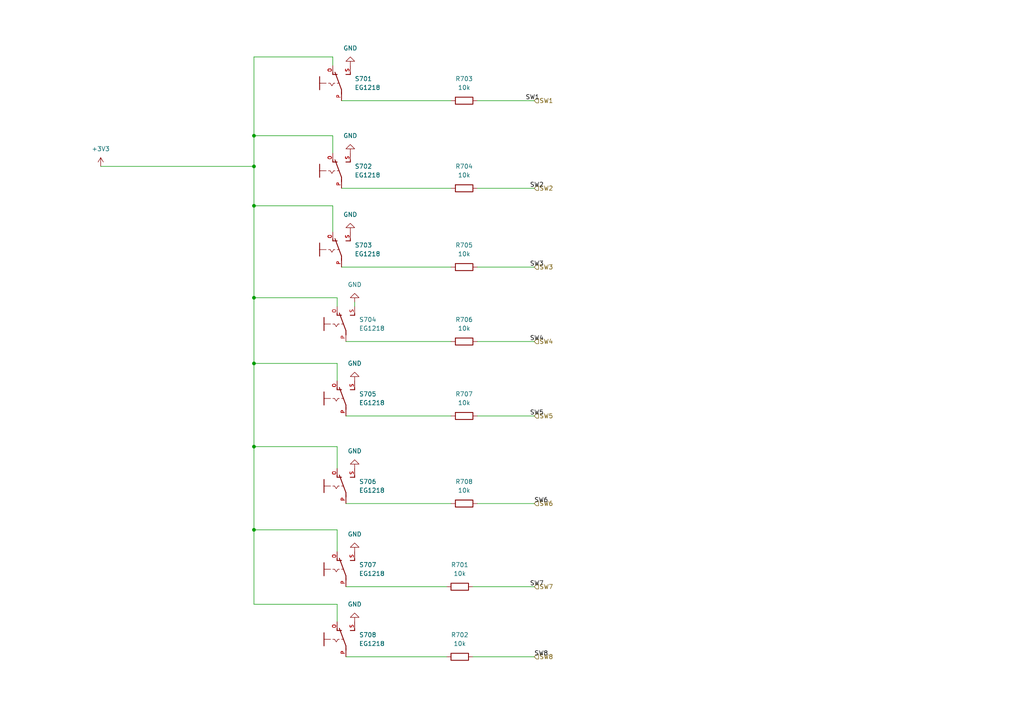
<source format=kicad_sch>
(kicad_sch (version 20211123) (generator eeschema)
  (paper "A4")
  (lib_symbols
    (symbol "Device:R" (pin_numbers hide) (pin_names (offset 0))
      (property "Reference" "R" (at 2.032 0 90))
      (property "Value" "R" (at 0 0 90))
      (symbol "R_0_1"
        (rectangle (start -1.016 -2.54) (end 1.016 2.54) (stroke (width 0.254)))
      )
      (symbol "R_1_1"
        (pin passive line (at 0 3.81 270) (length 1.27) (name "~") (number "1"))
        (pin passive line (at 0 -3.81 90) (length 1.27) (name "~") (number "2"))
      )
    )
    (symbol "EG1218:EG1218" (pin_names (offset 1.016) hide)
      (property "Reference" "S" (at -6.35 -1.905 90))
      (property "Value" "EG1218" (at -3.81 3.175 90))
      (symbol "EG1218_0_0"
        (polyline (pts (xy -3.81 0) (xy -3.81 -1.905)) (stroke (width 0.254)))
        (polyline (pts (xy -3.81 0) (xy -1.905 0)) (stroke (width 0.1524)))
        (polyline (pts (xy -3.81 1.905) (xy -3.81 0)) (stroke (width 0.254)))
        (polyline (pts (xy -1.27 0) (xy -0.762 0)) (stroke (width 0.1524)))
        (polyline (pts (xy -0.762 0) (xy -0.254 -0.762)) (stroke (width 0.1524)))
        (polyline (pts (xy -0.254 -0.762) (xy 0.254 0)) (stroke (width 0.1524)))
        (polyline (pts (xy 0 2.54) (xy 0 3.175)) (stroke (width 0.254)))
        (polyline (pts (xy 0 2.54) (xy 1.27 2.54)) (stroke (width 0.254)))
        (polyline (pts (xy 0.254 0) (xy 0.635 0)) (stroke (width 0.1524)))
        (polyline (pts (xy 1.27 0) (xy 1.905 0)) (stroke (width 0.1524)))
        (polyline (pts (xy 2.54 -3.175) (xy 2.54 -1.905)) (stroke (width 0.254)))
        (polyline (pts (xy 2.54 -1.905) (xy 0.635 3.175)) (stroke (width 0.254)))
        (polyline (pts (xy 3.81 2.54) (xy 5.08 2.54)) (stroke (width 0.254)))
        (polyline (pts (xy 5.08 2.54) (xy 5.08 3.175)) (stroke (width 0.254)))
        (pin passive line (at 0 5.08 270) (length 2.54) (name "~") (number "O"))
        (pin passive line (at 2.54 -5.08 90) (length 2.54) (name "~") (number "P"))
        (pin passive line (at 5.08 5.08 270) (length 2.54) (name "~") (number "S"))
      )
    )
    (symbol "power:+3V3" (power) (pin_names (offset 0))
      (property "Value" "+3V3" (at 0 3.556 0))
      (symbol "+3V3_0_1"
        (polyline (pts (xy -0.762 1.27) (xy 0 2.54)))
        (polyline (pts (xy 0 0) (xy 0 2.54)))
        (polyline (pts (xy 0 2.54) (xy 0.762 1.27)))
      )
      (symbol "+3V3_1_1"
        (pin power_in line (at 0 0 90) (length 0) hide (name "+3V3") (number "1"))
      )
    )
    (symbol "power:GND" (power) (pin_names (offset 0))
      (property "Value" "GND" (at 0 -3.81 0))
      (symbol "GND_0_1"
        (polyline (pts (xy 0 0) (xy 0 -1.27) (xy 1.27 -1.27) (xy 0 -2.54) (xy -1.27 -1.27) (xy 0 -1.27)))
      )
      (symbol "GND_1_1"
        (pin power_in line (at 0 0 270) (length 0) hide (name "GND") (number "1"))
      )
    )
  )
  (junction (at 73.66 129.54))
  (junction (at 73.66 48.26))
  (junction (at 73.66 39.37))
  (junction (at 73.66 105.41))
  (junction (at 73.66 86.36))
  (junction (at 73.66 59.69))
  (junction (at 73.66 153.67))
  (wire (pts (xy 73.66 105.41) (xy 73.66 129.54)))
  (wire (pts (xy 100.33 120.65) (xy 130.81 120.65)))
  (wire (pts (xy 29.21 48.26) (xy 73.66 48.26)))
  (wire (pts (xy 97.79 110.49) (xy 97.79 105.41)))
  (wire (pts (xy 137.16 170.18) (xy 154.94 170.18)))
  (wire (pts (xy 102.87 87.63) (xy 102.87 88.9)))
  (wire (pts (xy 97.79 88.9) (xy 97.79 86.36)))
  (wire (pts (xy 138.43 99.06) (xy 154.94 99.06)))
  (wire (pts (xy 96.52 59.69) (xy 73.66 59.69)))
  (wire (pts (xy 73.66 39.37) (xy 73.66 16.51)))
  (wire (pts (xy 97.79 105.41) (xy 73.66 105.41)))
  (wire (pts (xy 73.66 48.26) (xy 73.66 39.37)))
  (wire (pts (xy 97.79 129.54) (xy 73.66 129.54)))
  (wire (pts (xy 97.79 86.36) (xy 73.66 86.36)))
  (wire (pts (xy 73.66 129.54) (xy 73.66 153.67)))
  (wire (pts (xy 96.52 44.45) (xy 96.52 39.37)))
  (wire (pts (xy 73.66 59.69) (xy 73.66 86.36)))
  (wire (pts (xy 137.16 190.5) (xy 154.94 190.5)))
  (wire (pts (xy 97.79 180.34) (xy 97.79 175.26)))
  (wire (pts (xy 97.79 160.02) (xy 97.79 153.67)))
  (wire (pts (xy 99.06 54.61) (xy 130.81 54.61)))
  (wire (pts (xy 138.43 120.65) (xy 154.94 120.65)))
  (wire (pts (xy 97.79 135.89) (xy 97.79 129.54)))
  (wire (pts (xy 100.33 146.05) (xy 130.81 146.05)))
  (wire (pts (xy 100.33 170.18) (xy 129.54 170.18)))
  (wire (pts (xy 96.52 67.31) (xy 96.52 59.69)))
  (wire (pts (xy 73.66 16.51) (xy 96.52 16.51)))
  (wire (pts (xy 138.43 29.21) (xy 154.94 29.21)))
  (wire (pts (xy 97.79 153.67) (xy 73.66 153.67)))
  (wire (pts (xy 99.06 77.47) (xy 130.81 77.47)))
  (wire (pts (xy 100.33 99.06) (xy 130.81 99.06)))
  (wire (pts (xy 73.66 86.36) (xy 73.66 105.41)))
  (wire (pts (xy 138.43 54.61) (xy 154.94 54.61)))
  (wire (pts (xy 138.43 77.47) (xy 154.94 77.47)))
  (wire (pts (xy 100.33 190.5) (xy 129.54 190.5)))
  (wire (pts (xy 96.52 39.37) (xy 73.66 39.37)))
  (wire (pts (xy 73.66 153.67) (xy 73.66 175.26)))
  (wire (pts (xy 96.52 16.51) (xy 96.52 19.05)))
  (wire (pts (xy 138.43 146.05) (xy 154.94 146.05)))
  (wire (pts (xy 99.06 29.21) (xy 130.81 29.21)))
  (wire (pts (xy 97.79 175.26) (xy 73.66 175.26)))
  (wire (pts (xy 73.66 48.26) (xy 73.66 59.69)))
  (label "SW3" (at 153.67 77.47 0))
  (label "SW6" (at 154.94 146.05 0))
  (label "SW5" (at 153.67 120.65 0))
  (label "SW2" (at 153.67 54.61 0))
  (label "SW8" (at 154.94 190.5 0))
  (label "SW1" (at 152.4 29.21 0))
  (label "SW7" (at 153.67 170.18 0))
  (label "SW4" (at 153.67 99.06 0))
  (hierarchical_label "SW4" (shape input) (at 154.94 99.06 0))
  (hierarchical_label "SW5" (shape input) (at 154.94 120.65 0))
  (hierarchical_label "SW3" (shape input) (at 154.94 77.47 0))
  (hierarchical_label "SW7" (shape input) (at 154.94 170.18 0))
  (hierarchical_label "SW8" (shape input) (at 154.94 190.5 0))
  (hierarchical_label "SW6" (shape input) (at 154.94 146.05 0))
  (hierarchical_label "SW1" (shape input) (at 154.94 29.21 0))
  (hierarchical_label "SW2" (shape input) (at 154.94 54.61 0))
  (symbol (lib_id "Device:R") (at 134.62 29.21 270) (unit 1)
    (property "Reference" "R703" (at 134.62 22.86 90))
    (property "Value" "10k" (at 134.62 25.4 90))
    (property "Footprint" "Resistor_SMD:R_0603_1608Metric" (effects hide))
    (property "Manufacturer_Name" "UNI-ROYAL(Uniroyal Elec)" (effects hide))
    (property "Manufacturer_Part_Number" "0603WAF1002T5E" (effects hide))
  )
  (symbol (lib_id "EG1218:EG1218") (at 97.79 165.1 0) (unit 1)
    (property "Reference" "S707" (at 104.14 163.8299 0) (effects (justify left)))
    (property "Value" "EG1218" (at 104.14 166.3699 0) (effects (justify left)))
    (property "Footprint" "EG1218" (effects hide))
  )
  (symbol (lib_id "EG1218:EG1218") (at 97.79 185.42 0) (unit 1)
    (property "Reference" "S708" (at 104.14 184.1499 0) (effects (justify left)))
    (property "Value" "EG1218" (at 104.14 186.6899 0) (effects (justify left)))
    (property "Footprint" "EG1218" (effects hide))
  )
  (symbol (lib_id "EG1218:EG1218") (at 96.52 49.53 0) (unit 1)
    (property "Reference" "S702" (at 102.87 48.2599 0) (effects (justify left)))
    (property "Value" "EG1218" (at 102.87 50.7999 0) (effects (justify left)))
    (property "Footprint" "EG1218" (effects hide))
  )
  (symbol (lib_id "Device:R") (at 134.62 120.65 270) (unit 1)
    (property "Reference" "R707" (at 134.62 114.3 90))
    (property "Value" "10k" (at 134.62 116.84 90))
    (property "Footprint" "Resistor_SMD:R_0603_1608Metric" (effects hide))
    (property "Manufacturer_Name" "UNI-ROYAL(Uniroyal Elec)" (effects hide))
    (property "Manufacturer_Part_Number" "0603WAF1002T5E" (effects hide))
  )
  (symbol (lib_id "EG1218:EG1218") (at 97.79 93.98 0) (unit 1)
    (property "Reference" "S704" (at 104.14 92.7099 0) (effects (justify left)))
    (property "Value" "EG1218" (at 104.14 95.2499 0) (effects (justify left)))
    (property "Footprint" "EG1218" (effects hide))
  )
  (symbol (lib_id "Device:R") (at 134.62 99.06 270) (unit 1)
    (property "Reference" "R706" (at 134.62 92.71 90))
    (property "Value" "10k" (at 134.62 95.25 90))
    (property "Footprint" "Resistor_SMD:R_0603_1608Metric" (effects hide))
    (property "Manufacturer_Name" "UNI-ROYAL(Uniroyal Elec)" (effects hide))
    (property "Manufacturer_Part_Number" "0603WAF1002T5E" (effects hide))
  )
  (symbol (lib_id "power:GND") (at 101.6 67.31 180) (unit 1)
    (property "Reference" "#PWR0704" (effects hide))
    (property "Value" "GND" (at 101.6 62.23 0))
  )
  (symbol (lib_id "Device:R") (at 134.62 54.61 270) (unit 1)
    (property "Reference" "R704" (at 134.62 48.26 90))
    (property "Value" "10k" (at 134.62 50.8 90))
    (property "Footprint" "Resistor_SMD:R_0603_1608Metric" (effects hide))
    (property "Manufacturer_Name" "UNI-ROYAL(Uniroyal Elec)" (effects hide))
    (property "Manufacturer_Part_Number" "0603WAF1002T5E" (effects hide))
  )
  (symbol (lib_id "EG1218:EG1218") (at 96.52 24.13 0) (unit 1)
    (property "Reference" "S701" (at 102.87 22.8599 0) (effects (justify left)))
    (property "Value" "EG1218" (at 102.87 25.3999 0) (effects (justify left)))
    (property "Footprint" "EG1218" (effects hide))
  )
  (symbol (lib_id "power:GND") (at 102.87 110.49 180) (unit 1)
    (property "Reference" "#PWR0706" (effects hide))
    (property "Value" "GND" (at 102.87 105.41 0))
  )
  (symbol (lib_id "power:+3V3") (at 29.21 48.26 0) (unit 1)
    (property "Reference" "#PWR0701" (effects hide))
    (property "Value" "+3V3" (at 29.21 43.18 0))
  )
  (symbol (lib_id "Device:R") (at 134.62 77.47 270) (unit 1)
    (property "Reference" "R705" (at 134.62 71.12 90))
    (property "Value" "10k" (at 134.62 73.66 90))
    (property "Footprint" "Resistor_SMD:R_0603_1608Metric" (effects hide))
    (property "Manufacturer_Name" "UNI-ROYAL(Uniroyal Elec)" (effects hide))
    (property "Manufacturer_Part_Number" "0603WAF1002T5E" (effects hide))
  )
  (symbol (lib_id "EG1218:EG1218") (at 97.79 115.57 0) (unit 1)
    (property "Reference" "S705" (at 104.14 114.2999 0) (effects (justify left)))
    (property "Value" "EG1218" (at 104.14 116.8399 0) (effects (justify left)))
    (property "Footprint" "EG1218" (effects hide))
  )
  (symbol (lib_id "EG1218:EG1218") (at 96.52 72.39 0) (unit 1)
    (property "Reference" "S703" (at 102.87 71.1199 0) (effects (justify left)))
    (property "Value" "EG1218" (at 102.87 73.6599 0) (effects (justify left)))
    (property "Footprint" "EG1218" (effects hide))
  )
  (symbol (lib_id "power:GND") (at 101.6 44.45 180) (unit 1)
    (property "Reference" "#PWR0703" (effects hide))
    (property "Value" "GND" (at 101.6 39.37 0))
  )
  (symbol (lib_id "Device:R") (at 133.35 170.18 270) (unit 1)
    (property "Reference" "R701" (at 133.35 163.83 90))
    (property "Value" "10k" (at 133.35 166.37 90))
    (property "Footprint" "Resistor_SMD:R_0603_1608Metric" (effects hide))
    (property "Manufacturer_Name" "UNI-ROYAL(Uniroyal Elec)" (effects hide))
    (property "Manufacturer_Part_Number" "0603WAF1002T5E" (effects hide))
  )
  (symbol (lib_id "power:GND") (at 102.87 180.34 180) (unit 1)
    (property "Reference" "#PWR0709" (effects hide))
    (property "Value" "GND" (at 102.87 175.26 0))
  )
  (symbol (lib_id "power:GND") (at 101.6 19.05 180) (unit 1)
    (property "Reference" "#PWR0702" (effects hide))
    (property "Value" "GND" (at 101.6 13.97 0))
  )
  (symbol (lib_id "EG1218:EG1218") (at 97.79 140.97 0) (unit 1)
    (property "Reference" "S706" (at 104.14 139.6999 0) (effects (justify left)))
    (property "Value" "EG1218" (at 104.14 142.2399 0) (effects (justify left)))
    (property "Footprint" "EG1218" (effects hide))
  )
  (symbol (lib_id "power:GND") (at 102.87 160.02 180) (unit 1)
    (property "Reference" "#PWR0708" (effects hide))
    (property "Value" "GND" (at 102.87 154.94 0))
  )
  (symbol (lib_id "power:GND") (at 102.87 87.63 180) (unit 1)
    (property "Reference" "#PWR0705" (effects hide))
    (property "Value" "GND" (at 102.87 82.55 0))
  )
  (symbol (lib_id "power:GND") (at 102.87 135.89 180) (unit 1)
    (property "Reference" "#PWR0707" (effects hide))
    (property "Value" "GND" (at 102.87 130.81 0))
  )
  (symbol (lib_id "Device:R") (at 133.35 190.5 270) (unit 1)
    (property "Reference" "R702" (at 133.35 184.15 90))
    (property "Value" "10k" (at 133.35 186.69 90))
    (property "Footprint" "Resistor_SMD:R_0603_1608Metric" (effects hide))
    (property "Manufacturer_Name" "UNI-ROYAL(Uniroyal Elec)" (effects hide))
    (property "Manufacturer_Part_Number" "0603WAF1002T5E" (effects hide))
  )
  (symbol (lib_id "Device:R") (at 134.62 146.05 270) (unit 1)
    (property "Reference" "R708" (at 134.62 139.7 90))
    (property "Value" "10k" (at 134.62 142.24 90))
    (property "Footprint" "Resistor_SMD:R_0603_1608Metric" (effects hide))
    (property "Manufacturer_Name" "UNI-ROYAL(Uniroyal Elec)" (effects hide))
    (property "Manufacturer_Part_Number" "0603WAF1002T5E" (effects hide))
  )
)
</source>
